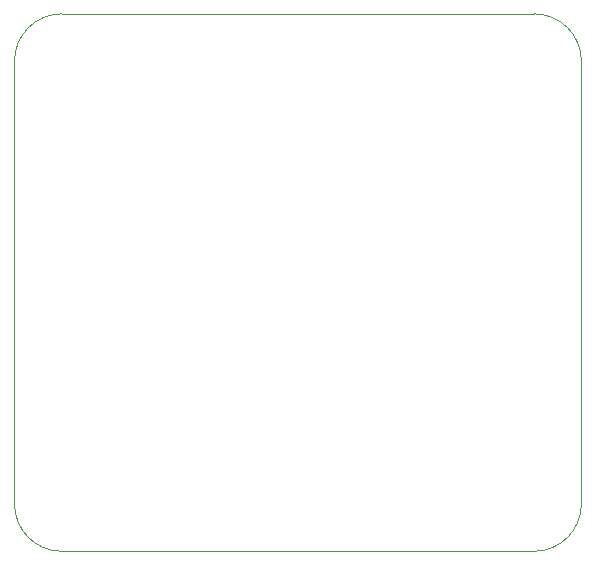
<source format=gbr>
%TF.GenerationSoftware,KiCad,Pcbnew,(5.1.9)-1*%
%TF.CreationDate,2021-10-14T16:08:06-04:00*%
%TF.ProjectId,ModularPreamp-ParallelInputs,4d6f6475-6c61-4725-9072-65616d702d50,rev?*%
%TF.SameCoordinates,Original*%
%TF.FileFunction,Profile,NP*%
%FSLAX46Y46*%
G04 Gerber Fmt 4.6, Leading zero omitted, Abs format (unit mm)*
G04 Created by KiCad (PCBNEW (5.1.9)-1) date 2021-10-14 16:08:06*
%MOMM*%
%LPD*%
G01*
G04 APERTURE LIST*
%TA.AperFunction,Profile*%
%ADD10C,0.050000*%
%TD*%
G04 APERTURE END LIST*
D10*
X100000000Y-76500000D02*
G75*
G02*
X104000000Y-72500000I4000000J0D01*
G01*
X144000000Y-72500000D02*
G75*
G02*
X148000000Y-76500000I0J-4000000D01*
G01*
X148000000Y-114000000D02*
G75*
G02*
X144000000Y-118000000I-4000000J0D01*
G01*
X104000000Y-118000000D02*
G75*
G02*
X100000000Y-114000000I0J4000000D01*
G01*
X100000000Y-76500000D02*
X100000000Y-114000000D01*
X144000000Y-72500000D02*
X104000000Y-72500000D01*
X148000000Y-114000000D02*
X148000000Y-76500000D01*
X104000000Y-118000000D02*
X144000000Y-118000000D01*
M02*

</source>
